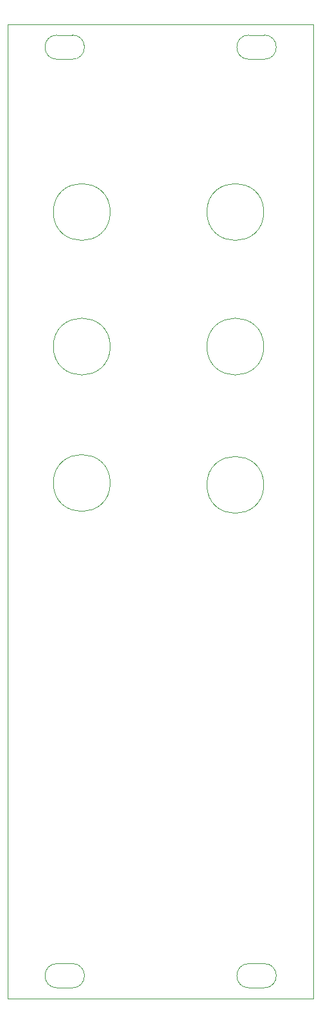
<source format=gbr>
G04 #@! TF.GenerationSoftware,KiCad,Pcbnew,(5.1.5-0)*
G04 #@! TF.CreationDate,2021-01-12T22:40:15-08:00*
G04 #@! TF.ProjectId,icbina,69636269-6e61-42e6-9b69-6361645f7063,rev?*
G04 #@! TF.SameCoordinates,Original*
G04 #@! TF.FileFunction,Profile,NP*
%FSLAX46Y46*%
G04 Gerber Fmt 4.6, Leading zero omitted, Abs format (unit mm)*
G04 Created by KiCad (PCBNEW (5.1.5-0)) date 2021-01-12 22:40:15*
%MOMM*%
%LPD*%
G04 APERTURE LIST*
%ADD10C,0.050000*%
G04 APERTURE END LIST*
D10*
X133750000Y-90750000D02*
G75*
G03X133750000Y-90750000I-3750000J0D01*
G01*
X113500000Y-90500000D02*
G75*
G03X113500000Y-90500000I-3750000J0D01*
G01*
X113500000Y-72500000D02*
G75*
G03X113500000Y-72500000I-3750000J0D01*
G01*
X113500000Y-54750000D02*
G75*
G03X113500000Y-54750000I-3750000J0D01*
G01*
X133750000Y-54750000D02*
G75*
G03X133750000Y-54750000I-3750000J0D01*
G01*
X133750000Y-72500000D02*
G75*
G03X133750000Y-72500000I-3750000J0D01*
G01*
X108500000Y-153900000D02*
G75*
G02X108500000Y-157100000I0J-1600000D01*
G01*
X106500000Y-153900000D02*
X108500000Y-153900000D01*
X106500000Y-157100000D02*
G75*
G02X106500000Y-153900000I0J1600000D01*
G01*
X106500000Y-157100000D02*
X108500000Y-157100000D01*
X108500000Y-31400000D02*
G75*
G02X108500000Y-34600000I0J-1600000D01*
G01*
X106500000Y-31400000D02*
X108500000Y-31400000D01*
X106500000Y-34600000D02*
G75*
G02X106500000Y-31400000I0J1600000D01*
G01*
X106500000Y-34600000D02*
X108500000Y-34600000D01*
X133800000Y-153900000D02*
G75*
G02X133800000Y-157100000I0J-1600000D01*
G01*
X131800000Y-153900000D02*
X133800000Y-153900000D01*
X131800000Y-157100000D02*
G75*
G02X131800000Y-153900000I0J1600000D01*
G01*
X131800000Y-157100000D02*
X133800000Y-157100000D01*
X131800000Y-31400000D02*
X133800000Y-31400000D01*
X131800000Y-34600000D02*
X133800000Y-34600000D01*
X131800000Y-34600000D02*
G75*
G02X131800000Y-31400000I0J1600000D01*
G01*
X133800000Y-31400000D02*
G75*
G02X133800000Y-34600000I0J-1600000D01*
G01*
X100000000Y-158500000D02*
X100000000Y-30000000D01*
X140300000Y-158500000D02*
X100000000Y-158500000D01*
X140300000Y-30000000D02*
X140300000Y-158500000D01*
X100000000Y-30000000D02*
X140300000Y-30000000D01*
M02*

</source>
